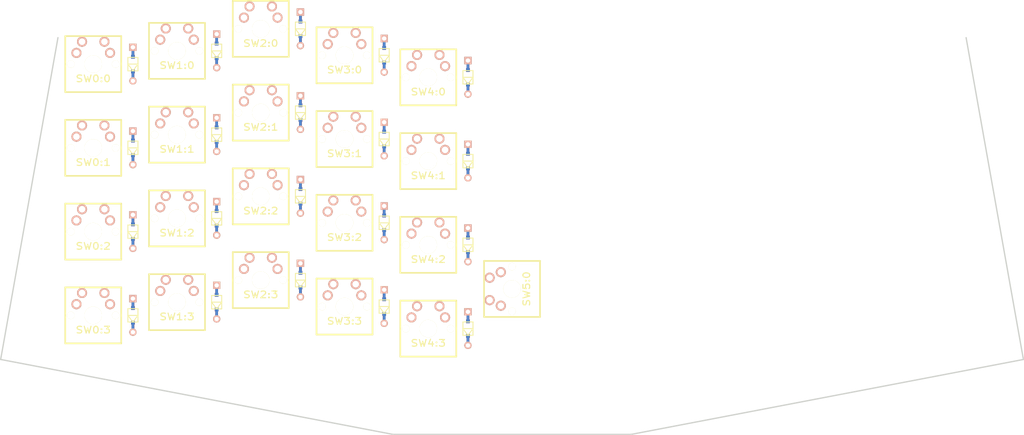
<source format=kicad_pcb>
(kicad_pcb (version 4) (host pcbnew 4.0.2-stable)

  (general
    (links 210)
    (no_connects 204)
    (area 17.849999 13.205499 250.150001 112.150001)
    (thickness 1.6002)
    (drawings 5)
    (tracks 0)
    (zones 0)
    (modules 41)
    (nets 32)
  )

  (page A4)
  (title_block
    (date "16 oct 2014")
  )

  (layers
    (0 Front signal)
    (31 Back signal)
    (32 B.Adhes user)
    (33 F.Adhes user)
    (34 B.Paste user)
    (35 F.Paste user)
    (36 B.SilkS user)
    (37 F.SilkS user)
    (38 B.Mask user)
    (39 F.Mask user)
    (40 Dwgs.User user)
    (41 Cmts.User user)
    (42 Eco1.User user)
    (43 Eco2.User user)
    (44 Edge.Cuts user)
  )

  (setup
    (last_trace_width 0.2032)
    (trace_clearance 0.254)
    (zone_clearance 0.508)
    (zone_45_only no)
    (trace_min 0.2032)
    (segment_width 0.381)
    (edge_width 0.381)
    (via_size 0.889)
    (via_drill 0.635)
    (via_min_size 0.889)
    (via_min_drill 0.508)
    (uvia_size 0.508)
    (uvia_drill 0.127)
    (uvias_allowed no)
    (uvia_min_size 0.508)
    (uvia_min_drill 0.127)
    (pcb_text_width 0.3048)
    (pcb_text_size 1.524 2.032)
    (mod_edge_width 0.381)
    (mod_text_size 1.524 1.524)
    (mod_text_width 0.3048)
    (pad_size 1.524 1.524)
    (pad_drill 0.8128)
    (pad_to_mask_clearance 0.254)
    (aux_axis_origin 0 0)
    (visible_elements FFFFFFFF)
    (pcbplotparams
      (layerselection 0x00030_80000001)
      (usegerberextensions true)
      (excludeedgelayer true)
      (linewidth 0.150000)
      (plotframeref false)
      (viasonmask false)
      (mode 1)
      (useauxorigin false)
      (hpglpennumber 1)
      (hpglpenspeed 20)
      (hpglpendiameter 15)
      (hpglpenoverlay 0)
      (psnegative false)
      (psa4output false)
      (plotreference true)
      (plotvalue true)
      (plotinvisibletext false)
      (padsonsilk false)
      (subtractmaskfromsilk false)
      (outputformat 1)
      (mirror false)
      (drillshape 1)
      (scaleselection 1)
      (outputdirectory ""))
  )

  (net 0 "")
  (net 1 N-row-0)
  (net 2 N-row-1)
  (net 3 N-row-2)
  (net 4 N-row-3)
  (net 5 N-col-0)
  (net 6 N-col-1)
  (net 7 N-col-2)
  (net 8 N-col-3)
  (net 9 N-col-4)
  (net 10 N-col-5)
  (net 11 N-diode-0)
  (net 12 N-diode-1)
  (net 13 N-diode-2)
  (net 14 N-diode-3)
  (net 15 N-diode-4)
  (net 16 N-diode-5)
  (net 17 N-diode-6)
  (net 18 N-diode-7)
  (net 19 N-diode-8)
  (net 20 N-diode-9)
  (net 21 N-diode-10)
  (net 22 N-diode-11)
  (net 23 N-diode-12)
  (net 24 N-diode-13)
  (net 25 N-diode-14)
  (net 26 N-diode-15)
  (net 27 N-diode-16)
  (net 28 N-diode-17)
  (net 29 N-diode-18)
  (net 30 N-diode-19)
  (net 31 N-diode-20)

  (net_class Default "This is the default net class."
    (clearance 0.254)
    (trace_width 0.2032)
    (via_dia 0.889)
    (via_drill 0.635)
    (uvia_dia 0.508)
    (uvia_drill 0.127)
    (add_net N-col-0)
    (add_net N-col-1)
    (add_net N-col-10)
    (add_net N-col-2)
    (add_net N-col-3)
    (add_net N-col-4)
    (add_net N-col-5)
    (add_net N-col-6)
    (add_net N-col-7)
    (add_net N-col-8)
    (add_net N-col-9)
    (add_net N-diode-0)
    (add_net N-diode-1)
    (add_net N-diode-10)
    (add_net N-diode-11)
    (add_net N-diode-12)
    (add_net N-diode-13)
    (add_net N-diode-14)
    (add_net N-diode-15)
    (add_net N-diode-16)
    (add_net N-diode-17)
    (add_net N-diode-18)
    (add_net N-diode-19)
    (add_net N-diode-2)
    (add_net N-diode-20)
    (add_net N-diode-21)
    (add_net N-diode-22)
    (add_net N-diode-23)
    (add_net N-diode-24)
    (add_net N-diode-25)
    (add_net N-diode-26)
    (add_net N-diode-27)
    (add_net N-diode-28)
    (add_net N-diode-29)
    (add_net N-diode-3)
    (add_net N-diode-30)
    (add_net N-diode-31)
    (add_net N-diode-32)
    (add_net N-diode-33)
    (add_net N-diode-34)
    (add_net N-diode-35)
    (add_net N-diode-36)
    (add_net N-diode-37)
    (add_net N-diode-38)
    (add_net N-diode-39)
    (add_net N-diode-4)
    (add_net N-diode-40)
    (add_net N-diode-41)
    (add_net N-diode-5)
    (add_net N-diode-6)
    (add_net N-diode-7)
    (add_net N-diode-8)
    (add_net N-diode-9)
    (add_net N-row-0)
    (add_net N-row-1)
    (add_net N-row-2)
    (add_net N-row-3)
  )

  (module MX_FLIP (layer Front) (tedit 4FD81CDD) (tstamp 543EF801)
    (at 39 28)
    (path /543DB910)
    (fp_text reference SW0:0 (at 0 3.302) (layer F.SilkS)
      (effects (font (size 1.524 1.778) (thickness 0.254)))
    )
    (fp_text value "" (at 0 0) (layer F.SilkS)
      (effects (font (thickness 0.15)))
    )
    (fp_line (start -6.35 -6.35) (end 6.35 -6.35) (layer F.SilkS) (width 0.381))
    (fp_line (start 6.35 -6.35) (end 6.35 6.35) (layer F.SilkS) (width 0.381))
    (fp_line (start 6.35 6.35) (end -6.35 6.35) (layer F.SilkS) (width 0.381))
    (fp_line (start -6.35 6.35) (end -6.35 -6.35) (layer F.SilkS) (width 0.381))
    (pad 0 np_thru_hole circle (at 0 0) (size 3.9878 3.9878) (drill 3.9878) (layers *.Cu *.Mask F.SilkS))
    (pad 0 np_thru_hole circle (at -5.08 0) (size 1.7018 1.7018) (drill 1.7018) (layers *.Cu *.Mask F.SilkS))
    (pad 0 np_thru_hole circle (at 5.08 0) (size 1.7018 1.7018) (drill 1.7018) (layers *.Cu *.Mask F.SilkS))
    (pad 1 thru_hole circle (at 2.54 -5.08) (size 2.286 2.286) (drill 1.4986) (layers *.Cu *.SilkS *.Mask)
      (net 11 N-diode-0))
    (pad 1 thru_hole circle (at 3.81 -2.54) (size 2.286 2.286) (drill 1.4986) (layers *.Cu *.SilkS *.Mask)
      (net 11 N-diode-0))
    (pad 2 thru_hole circle (at -2.54 -5.08) (size 2.286 2.286) (drill 1.4986) (layers *.Cu *.SilkS *.Mask)
      (net 5 N-col-0))
    (pad 2 thru_hole circle (at -3.81 -2.54) (size 2.286 2.286) (drill 1.4986) (layers *.Cu *.SilkS *.Mask)
      (net 5 N-col-0))
  )

  (module DIODE (layer Front) (tedit 4E0F7A99) (tstamp 543EF854)
    (at 48 28 90)
    (path /543DB90F)
    (fp_text reference D2:2 (at 0 0 180) (layer F.SilkS) hide
      (effects (font (size 1.016 1.016) (thickness 0.2032)))
    )
    (fp_text value "" (at 0 0 90) (layer F.SilkS)
      (effects (font (thickness 0.15)))
    )
    (fp_line (start -1.524 -1.143) (end 1.524 -1.143) (layer F.SilkS) (width 0.2032))
    (fp_line (start 1.524 -1.143) (end 1.524 1.143) (layer F.SilkS) (width 0.2032))
    (fp_line (start 0 -1.143) (end 0 1.143) (layer F.SilkS) (width 0.2032))
    (fp_line (start 0 -1.143) (end -1.524 0) (layer F.SilkS) (width 0.2032))
    (fp_line (start -1.524 0) (end 0 1.143) (layer F.SilkS) (width 0.2032))
    (fp_line (start 1.524 1.143) (end -1.524 1.143) (layer F.SilkS) (width 0.2032))
    (fp_line (start -1.524 1.143) (end -1.524 -1.143) (layer F.SilkS) (width 0.2032))
    (fp_line (start -3.81 0) (end -1.6637 0) (layer Back) (width 0.6096))
    (fp_line (start 1.6637 0) (end 3.81 0) (layer Back) (width 0.6096))
    (fp_line (start -3.81 0) (end -1.6637 0) (layer Front) (width 0.6096))
    (fp_line (start 1.6637 0) (end 3.81 0) (layer Front) (width 0.6096))
    (pad 1 thru_hole circle (at -3.81 0 180) (size 1.651 1.651) (drill 0.9906) (layers *.Cu *.SilkS *.Mask)
      (net 1 N-row-0))
    (pad 2 thru_hole rect (at 3.81 0) (size 1.651 1.651) (drill 0.9906) (layers *.Cu *.SilkS *.Mask)
      (net 11 N-diode-0))
    (pad 99 smd rect (at -1.6637 0) (size 0.8382 0.8382) (layers Front F.Paste F.Mask))
    (pad 99 smd rect (at -1.6637 0) (size 0.8382 0.8382) (layers Back B.Paste B.Mask))
    (pad 99 smd rect (at 1.6637 0) (size 0.8382 0.8382) (layers Front F.Paste F.Mask))
    (pad 99 smd rect (at 1.6637 0) (size 0.8382 0.8382) (layers Back B.Paste B.Mask))
  )

  (module MX_FLIP (layer Front) (tedit 4FD81CDD) (tstamp 543EF801)
    (at 39 47)
    (path /543DB910)
    (fp_text reference SW0:1 (at 0 3.302) (layer F.SilkS)
      (effects (font (size 1.524 1.778) (thickness 0.254)))
    )
    (fp_text value "" (at 0 0) (layer F.SilkS)
      (effects (font (thickness 0.15)))
    )
    (fp_line (start -6.35 -6.35) (end 6.35 -6.35) (layer F.SilkS) (width 0.381))
    (fp_line (start 6.35 -6.35) (end 6.35 6.35) (layer F.SilkS) (width 0.381))
    (fp_line (start 6.35 6.35) (end -6.35 6.35) (layer F.SilkS) (width 0.381))
    (fp_line (start -6.35 6.35) (end -6.35 -6.35) (layer F.SilkS) (width 0.381))
    (pad 0 np_thru_hole circle (at 0 0) (size 3.9878 3.9878) (drill 3.9878) (layers *.Cu *.Mask F.SilkS))
    (pad 0 np_thru_hole circle (at -5.08 0) (size 1.7018 1.7018) (drill 1.7018) (layers *.Cu *.Mask F.SilkS))
    (pad 0 np_thru_hole circle (at 5.08 0) (size 1.7018 1.7018) (drill 1.7018) (layers *.Cu *.Mask F.SilkS))
    (pad 1 thru_hole circle (at 2.54 -5.08) (size 2.286 2.286) (drill 1.4986) (layers *.Cu *.SilkS *.Mask)
      (net 12 N-diode-1))
    (pad 1 thru_hole circle (at 3.81 -2.54) (size 2.286 2.286) (drill 1.4986) (layers *.Cu *.SilkS *.Mask)
      (net 12 N-diode-1))
    (pad 2 thru_hole circle (at -2.54 -5.08) (size 2.286 2.286) (drill 1.4986) (layers *.Cu *.SilkS *.Mask)
      (net 5 N-col-0))
    (pad 2 thru_hole circle (at -3.81 -2.54) (size 2.286 2.286) (drill 1.4986) (layers *.Cu *.SilkS *.Mask)
      (net 5 N-col-0))
  )

  (module DIODE (layer Front) (tedit 4E0F7A99) (tstamp 543EF854)
    (at 48 47 90)
    (path /543DB90F)
    (fp_text reference D2:2 (at 0 0 180) (layer F.SilkS) hide
      (effects (font (size 1.016 1.016) (thickness 0.2032)))
    )
    (fp_text value "" (at 0 0 90) (layer F.SilkS)
      (effects (font (thickness 0.15)))
    )
    (fp_line (start -1.524 -1.143) (end 1.524 -1.143) (layer F.SilkS) (width 0.2032))
    (fp_line (start 1.524 -1.143) (end 1.524 1.143) (layer F.SilkS) (width 0.2032))
    (fp_line (start 0 -1.143) (end 0 1.143) (layer F.SilkS) (width 0.2032))
    (fp_line (start 0 -1.143) (end -1.524 0) (layer F.SilkS) (width 0.2032))
    (fp_line (start -1.524 0) (end 0 1.143) (layer F.SilkS) (width 0.2032))
    (fp_line (start 1.524 1.143) (end -1.524 1.143) (layer F.SilkS) (width 0.2032))
    (fp_line (start -1.524 1.143) (end -1.524 -1.143) (layer F.SilkS) (width 0.2032))
    (fp_line (start -3.81 0) (end -1.6637 0) (layer Back) (width 0.6096))
    (fp_line (start 1.6637 0) (end 3.81 0) (layer Back) (width 0.6096))
    (fp_line (start -3.81 0) (end -1.6637 0) (layer Front) (width 0.6096))
    (fp_line (start 1.6637 0) (end 3.81 0) (layer Front) (width 0.6096))
    (pad 1 thru_hole circle (at -3.81 0 180) (size 1.651 1.651) (drill 0.9906) (layers *.Cu *.SilkS *.Mask)
      (net 2 N-row-1))
    (pad 2 thru_hole rect (at 3.81 0) (size 1.651 1.651) (drill 0.9906) (layers *.Cu *.SilkS *.Mask)
      (net 12 N-diode-1))
    (pad 99 smd rect (at -1.6637 0) (size 0.8382 0.8382) (layers Front F.Paste F.Mask))
    (pad 99 smd rect (at -1.6637 0) (size 0.8382 0.8382) (layers Back B.Paste B.Mask))
    (pad 99 smd rect (at 1.6637 0) (size 0.8382 0.8382) (layers Front F.Paste F.Mask))
    (pad 99 smd rect (at 1.6637 0) (size 0.8382 0.8382) (layers Back B.Paste B.Mask))
  )

  (module MX_FLIP (layer Front) (tedit 4FD81CDD) (tstamp 543EF801)
    (at 39 66)
    (path /543DB910)
    (fp_text reference SW0:2 (at 0 3.302) (layer F.SilkS)
      (effects (font (size 1.524 1.778) (thickness 0.254)))
    )
    (fp_text value "" (at 0 0) (layer F.SilkS)
      (effects (font (thickness 0.15)))
    )
    (fp_line (start -6.35 -6.35) (end 6.35 -6.35) (layer F.SilkS) (width 0.381))
    (fp_line (start 6.35 -6.35) (end 6.35 6.35) (layer F.SilkS) (width 0.381))
    (fp_line (start 6.35 6.35) (end -6.35 6.35) (layer F.SilkS) (width 0.381))
    (fp_line (start -6.35 6.35) (end -6.35 -6.35) (layer F.SilkS) (width 0.381))
    (pad 0 np_thru_hole circle (at 0 0) (size 3.9878 3.9878) (drill 3.9878) (layers *.Cu *.Mask F.SilkS))
    (pad 0 np_thru_hole circle (at -5.08 0) (size 1.7018 1.7018) (drill 1.7018) (layers *.Cu *.Mask F.SilkS))
    (pad 0 np_thru_hole circle (at 5.08 0) (size 1.7018 1.7018) (drill 1.7018) (layers *.Cu *.Mask F.SilkS))
    (pad 1 thru_hole circle (at 2.54 -5.08) (size 2.286 2.286) (drill 1.4986) (layers *.Cu *.SilkS *.Mask)
      (net 13 N-diode-2))
    (pad 1 thru_hole circle (at 3.81 -2.54) (size 2.286 2.286) (drill 1.4986) (layers *.Cu *.SilkS *.Mask)
      (net 13 N-diode-2))
    (pad 2 thru_hole circle (at -2.54 -5.08) (size 2.286 2.286) (drill 1.4986) (layers *.Cu *.SilkS *.Mask)
      (net 5 N-col-0))
    (pad 2 thru_hole circle (at -3.81 -2.54) (size 2.286 2.286) (drill 1.4986) (layers *.Cu *.SilkS *.Mask)
      (net 5 N-col-0))
  )

  (module DIODE (layer Front) (tedit 4E0F7A99) (tstamp 543EF854)
    (at 48 66 90)
    (path /543DB90F)
    (fp_text reference D2:2 (at 0 0 180) (layer F.SilkS) hide
      (effects (font (size 1.016 1.016) (thickness 0.2032)))
    )
    (fp_text value "" (at 0 0 90) (layer F.SilkS)
      (effects (font (thickness 0.15)))
    )
    (fp_line (start -1.524 -1.143) (end 1.524 -1.143) (layer F.SilkS) (width 0.2032))
    (fp_line (start 1.524 -1.143) (end 1.524 1.143) (layer F.SilkS) (width 0.2032))
    (fp_line (start 0 -1.143) (end 0 1.143) (layer F.SilkS) (width 0.2032))
    (fp_line (start 0 -1.143) (end -1.524 0) (layer F.SilkS) (width 0.2032))
    (fp_line (start -1.524 0) (end 0 1.143) (layer F.SilkS) (width 0.2032))
    (fp_line (start 1.524 1.143) (end -1.524 1.143) (layer F.SilkS) (width 0.2032))
    (fp_line (start -1.524 1.143) (end -1.524 -1.143) (layer F.SilkS) (width 0.2032))
    (fp_line (start -3.81 0) (end -1.6637 0) (layer Back) (width 0.6096))
    (fp_line (start 1.6637 0) (end 3.81 0) (layer Back) (width 0.6096))
    (fp_line (start -3.81 0) (end -1.6637 0) (layer Front) (width 0.6096))
    (fp_line (start 1.6637 0) (end 3.81 0) (layer Front) (width 0.6096))
    (pad 1 thru_hole circle (at -3.81 0 180) (size 1.651 1.651) (drill 0.9906) (layers *.Cu *.SilkS *.Mask)
      (net 3 N-row-2))
    (pad 2 thru_hole rect (at 3.81 0) (size 1.651 1.651) (drill 0.9906) (layers *.Cu *.SilkS *.Mask)
      (net 13 N-diode-2))
    (pad 99 smd rect (at -1.6637 0) (size 0.8382 0.8382) (layers Front F.Paste F.Mask))
    (pad 99 smd rect (at -1.6637 0) (size 0.8382 0.8382) (layers Back B.Paste B.Mask))
    (pad 99 smd rect (at 1.6637 0) (size 0.8382 0.8382) (layers Front F.Paste F.Mask))
    (pad 99 smd rect (at 1.6637 0) (size 0.8382 0.8382) (layers Back B.Paste B.Mask))
  )

  (module MX_FLIP (layer Front) (tedit 4FD81CDD) (tstamp 543EF801)
    (at 39 85)
    (path /543DB910)
    (fp_text reference SW0:3 (at 0 3.302) (layer F.SilkS)
      (effects (font (size 1.524 1.778) (thickness 0.254)))
    )
    (fp_text value "" (at 0 0) (layer F.SilkS)
      (effects (font (thickness 0.15)))
    )
    (fp_line (start -6.35 -6.35) (end 6.35 -6.35) (layer F.SilkS) (width 0.381))
    (fp_line (start 6.35 -6.35) (end 6.35 6.35) (layer F.SilkS) (width 0.381))
    (fp_line (start 6.35 6.35) (end -6.35 6.35) (layer F.SilkS) (width 0.381))
    (fp_line (start -6.35 6.35) (end -6.35 -6.35) (layer F.SilkS) (width 0.381))
    (pad 0 np_thru_hole circle (at 0 0) (size 3.9878 3.9878) (drill 3.9878) (layers *.Cu *.Mask F.SilkS))
    (pad 0 np_thru_hole circle (at -5.08 0) (size 1.7018 1.7018) (drill 1.7018) (layers *.Cu *.Mask F.SilkS))
    (pad 0 np_thru_hole circle (at 5.08 0) (size 1.7018 1.7018) (drill 1.7018) (layers *.Cu *.Mask F.SilkS))
    (pad 1 thru_hole circle (at 2.54 -5.08) (size 2.286 2.286) (drill 1.4986) (layers *.Cu *.SilkS *.Mask)
      (net 14 N-diode-3))
    (pad 1 thru_hole circle (at 3.81 -2.54) (size 2.286 2.286) (drill 1.4986) (layers *.Cu *.SilkS *.Mask)
      (net 14 N-diode-3))
    (pad 2 thru_hole circle (at -2.54 -5.08) (size 2.286 2.286) (drill 1.4986) (layers *.Cu *.SilkS *.Mask)
      (net 5 N-col-0))
    (pad 2 thru_hole circle (at -3.81 -2.54) (size 2.286 2.286) (drill 1.4986) (layers *.Cu *.SilkS *.Mask)
      (net 5 N-col-0))
  )

  (module DIODE (layer Front) (tedit 4E0F7A99) (tstamp 543EF854)
    (at 48 85 90)
    (path /543DB90F)
    (fp_text reference D2:2 (at 0 0 180) (layer F.SilkS) hide
      (effects (font (size 1.016 1.016) (thickness 0.2032)))
    )
    (fp_text value "" (at 0 0 90) (layer F.SilkS)
      (effects (font (thickness 0.15)))
    )
    (fp_line (start -1.524 -1.143) (end 1.524 -1.143) (layer F.SilkS) (width 0.2032))
    (fp_line (start 1.524 -1.143) (end 1.524 1.143) (layer F.SilkS) (width 0.2032))
    (fp_line (start 0 -1.143) (end 0 1.143) (layer F.SilkS) (width 0.2032))
    (fp_line (start 0 -1.143) (end -1.524 0) (layer F.SilkS) (width 0.2032))
    (fp_line (start -1.524 0) (end 0 1.143) (layer F.SilkS) (width 0.2032))
    (fp_line (start 1.524 1.143) (end -1.524 1.143) (layer F.SilkS) (width 0.2032))
    (fp_line (start -1.524 1.143) (end -1.524 -1.143) (layer F.SilkS) (width 0.2032))
    (fp_line (start -3.81 0) (end -1.6637 0) (layer Back) (width 0.6096))
    (fp_line (start 1.6637 0) (end 3.81 0) (layer Back) (width 0.6096))
    (fp_line (start -3.81 0) (end -1.6637 0) (layer Front) (width 0.6096))
    (fp_line (start 1.6637 0) (end 3.81 0) (layer Front) (width 0.6096))
    (pad 1 thru_hole circle (at -3.81 0 180) (size 1.651 1.651) (drill 0.9906) (layers *.Cu *.SilkS *.Mask)
      (net 4 N-row-3))
    (pad 2 thru_hole rect (at 3.81 0) (size 1.651 1.651) (drill 0.9906) (layers *.Cu *.SilkS *.Mask)
      (net 14 N-diode-3))
    (pad 99 smd rect (at -1.6637 0) (size 0.8382 0.8382) (layers Front F.Paste F.Mask))
    (pad 99 smd rect (at -1.6637 0) (size 0.8382 0.8382) (layers Back B.Paste B.Mask))
    (pad 99 smd rect (at 1.6637 0) (size 0.8382 0.8382) (layers Front F.Paste F.Mask))
    (pad 99 smd rect (at 1.6637 0) (size 0.8382 0.8382) (layers Back B.Paste B.Mask))
  )

  (module MX_FLIP (layer Front) (tedit 4FD81CDD) (tstamp 543EF801)
    (at 58 25)
    (path /543DB910)
    (fp_text reference SW1:0 (at 0 3.302) (layer F.SilkS)
      (effects (font (size 1.524 1.778) (thickness 0.254)))
    )
    (fp_text value "" (at 0 0) (layer F.SilkS)
      (effects (font (thickness 0.15)))
    )
    (fp_line (start -6.35 -6.35) (end 6.35 -6.35) (layer F.SilkS) (width 0.381))
    (fp_line (start 6.35 -6.35) (end 6.35 6.35) (layer F.SilkS) (width 0.381))
    (fp_line (start 6.35 6.35) (end -6.35 6.35) (layer F.SilkS) (width 0.381))
    (fp_line (start -6.35 6.35) (end -6.35 -6.35) (layer F.SilkS) (width 0.381))
    (pad 0 np_thru_hole circle (at 0 0) (size 3.9878 3.9878) (drill 3.9878) (layers *.Cu *.Mask F.SilkS))
    (pad 0 np_thru_hole circle (at -5.08 0) (size 1.7018 1.7018) (drill 1.7018) (layers *.Cu *.Mask F.SilkS))
    (pad 0 np_thru_hole circle (at 5.08 0) (size 1.7018 1.7018) (drill 1.7018) (layers *.Cu *.Mask F.SilkS))
    (pad 1 thru_hole circle (at 2.54 -5.08) (size 2.286 2.286) (drill 1.4986) (layers *.Cu *.SilkS *.Mask)
      (net 15 N-diode-4))
    (pad 1 thru_hole circle (at 3.81 -2.54) (size 2.286 2.286) (drill 1.4986) (layers *.Cu *.SilkS *.Mask)
      (net 15 N-diode-4))
    (pad 2 thru_hole circle (at -2.54 -5.08) (size 2.286 2.286) (drill 1.4986) (layers *.Cu *.SilkS *.Mask)
      (net 6 N-col-1))
    (pad 2 thru_hole circle (at -3.81 -2.54) (size 2.286 2.286) (drill 1.4986) (layers *.Cu *.SilkS *.Mask)
      (net 6 N-col-1))
  )

  (module DIODE (layer Front) (tedit 4E0F7A99) (tstamp 543EF854)
    (at 67 25 90)
    (path /543DB90F)
    (fp_text reference D2:2 (at 0 0 180) (layer F.SilkS) hide
      (effects (font (size 1.016 1.016) (thickness 0.2032)))
    )
    (fp_text value "" (at 0 0 90) (layer F.SilkS)
      (effects (font (thickness 0.15)))
    )
    (fp_line (start -1.524 -1.143) (end 1.524 -1.143) (layer F.SilkS) (width 0.2032))
    (fp_line (start 1.524 -1.143) (end 1.524 1.143) (layer F.SilkS) (width 0.2032))
    (fp_line (start 0 -1.143) (end 0 1.143) (layer F.SilkS) (width 0.2032))
    (fp_line (start 0 -1.143) (end -1.524 0) (layer F.SilkS) (width 0.2032))
    (fp_line (start -1.524 0) (end 0 1.143) (layer F.SilkS) (width 0.2032))
    (fp_line (start 1.524 1.143) (end -1.524 1.143) (layer F.SilkS) (width 0.2032))
    (fp_line (start -1.524 1.143) (end -1.524 -1.143) (layer F.SilkS) (width 0.2032))
    (fp_line (start -3.81 0) (end -1.6637 0) (layer Back) (width 0.6096))
    (fp_line (start 1.6637 0) (end 3.81 0) (layer Back) (width 0.6096))
    (fp_line (start -3.81 0) (end -1.6637 0) (layer Front) (width 0.6096))
    (fp_line (start 1.6637 0) (end 3.81 0) (layer Front) (width 0.6096))
    (pad 1 thru_hole circle (at -3.81 0 180) (size 1.651 1.651) (drill 0.9906) (layers *.Cu *.SilkS *.Mask)
      (net 1 N-row-0))
    (pad 2 thru_hole rect (at 3.81 0) (size 1.651 1.651) (drill 0.9906) (layers *.Cu *.SilkS *.Mask)
      (net 15 N-diode-4))
    (pad 99 smd rect (at -1.6637 0) (size 0.8382 0.8382) (layers Front F.Paste F.Mask))
    (pad 99 smd rect (at -1.6637 0) (size 0.8382 0.8382) (layers Back B.Paste B.Mask))
    (pad 99 smd rect (at 1.6637 0) (size 0.8382 0.8382) (layers Front F.Paste F.Mask))
    (pad 99 smd rect (at 1.6637 0) (size 0.8382 0.8382) (layers Back B.Paste B.Mask))
  )

  (module MX_FLIP (layer Front) (tedit 4FD81CDD) (tstamp 543EF801)
    (at 58 44)
    (path /543DB910)
    (fp_text reference SW1:1 (at 0 3.302) (layer F.SilkS)
      (effects (font (size 1.524 1.778) (thickness 0.254)))
    )
    (fp_text value "" (at 0 0) (layer F.SilkS)
      (effects (font (thickness 0.15)))
    )
    (fp_line (start -6.35 -6.35) (end 6.35 -6.35) (layer F.SilkS) (width 0.381))
    (fp_line (start 6.35 -6.35) (end 6.35 6.35) (layer F.SilkS) (width 0.381))
    (fp_line (start 6.35 6.35) (end -6.35 6.35) (layer F.SilkS) (width 0.381))
    (fp_line (start -6.35 6.35) (end -6.35 -6.35) (layer F.SilkS) (width 0.381))
    (pad 0 np_thru_hole circle (at 0 0) (size 3.9878 3.9878) (drill 3.9878) (layers *.Cu *.Mask F.SilkS))
    (pad 0 np_thru_hole circle (at -5.08 0) (size 1.7018 1.7018) (drill 1.7018) (layers *.Cu *.Mask F.SilkS))
    (pad 0 np_thru_hole circle (at 5.08 0) (size 1.7018 1.7018) (drill 1.7018) (layers *.Cu *.Mask F.SilkS))
    (pad 1 thru_hole circle (at 2.54 -5.08) (size 2.286 2.286) (drill 1.4986) (layers *.Cu *.SilkS *.Mask)
      (net 16 N-diode-5))
    (pad 1 thru_hole circle (at 3.81 -2.54) (size 2.286 2.286) (drill 1.4986) (layers *.Cu *.SilkS *.Mask)
      (net 16 N-diode-5))
    (pad 2 thru_hole circle (at -2.54 -5.08) (size 2.286 2.286) (drill 1.4986) (layers *.Cu *.SilkS *.Mask)
      (net 6 N-col-1))
    (pad 2 thru_hole circle (at -3.81 -2.54) (size 2.286 2.286) (drill 1.4986) (layers *.Cu *.SilkS *.Mask)
      (net 6 N-col-1))
  )

  (module DIODE (layer Front) (tedit 4E0F7A99) (tstamp 543EF854)
    (at 67 44 90)
    (path /543DB90F)
    (fp_text reference D2:2 (at 0 0 180) (layer F.SilkS) hide
      (effects (font (size 1.016 1.016) (thickness 0.2032)))
    )
    (fp_text value "" (at 0 0 90) (layer F.SilkS)
      (effects (font (thickness 0.15)))
    )
    (fp_line (start -1.524 -1.143) (end 1.524 -1.143) (layer F.SilkS) (width 0.2032))
    (fp_line (start 1.524 -1.143) (end 1.524 1.143) (layer F.SilkS) (width 0.2032))
    (fp_line (start 0 -1.143) (end 0 1.143) (layer F.SilkS) (width 0.2032))
    (fp_line (start 0 -1.143) (end -1.524 0) (layer F.SilkS) (width 0.2032))
    (fp_line (start -1.524 0) (end 0 1.143) (layer F.SilkS) (width 0.2032))
    (fp_line (start 1.524 1.143) (end -1.524 1.143) (layer F.SilkS) (width 0.2032))
    (fp_line (start -1.524 1.143) (end -1.524 -1.143) (layer F.SilkS) (width 0.2032))
    (fp_line (start -3.81 0) (end -1.6637 0) (layer Back) (width 0.6096))
    (fp_line (start 1.6637 0) (end 3.81 0) (layer Back) (width 0.6096))
    (fp_line (start -3.81 0) (end -1.6637 0) (layer Front) (width 0.6096))
    (fp_line (start 1.6637 0) (end 3.81 0) (layer Front) (width 0.6096))
    (pad 1 thru_hole circle (at -3.81 0 180) (size 1.651 1.651) (drill 0.9906) (layers *.Cu *.SilkS *.Mask)
      (net 2 N-row-1))
    (pad 2 thru_hole rect (at 3.81 0) (size 1.651 1.651) (drill 0.9906) (layers *.Cu *.SilkS *.Mask)
      (net 16 N-diode-5))
    (pad 99 smd rect (at -1.6637 0) (size 0.8382 0.8382) (layers Front F.Paste F.Mask))
    (pad 99 smd rect (at -1.6637 0) (size 0.8382 0.8382) (layers Back B.Paste B.Mask))
    (pad 99 smd rect (at 1.6637 0) (size 0.8382 0.8382) (layers Front F.Paste F.Mask))
    (pad 99 smd rect (at 1.6637 0) (size 0.8382 0.8382) (layers Back B.Paste B.Mask))
  )

  (module MX_FLIP (layer Front) (tedit 4FD81CDD) (tstamp 543EF801)
    (at 58 63)
    (path /543DB910)
    (fp_text reference SW1:2 (at 0 3.302) (layer F.SilkS)
      (effects (font (size 1.524 1.778) (thickness 0.254)))
    )
    (fp_text value "" (at 0 0) (layer F.SilkS)
      (effects (font (thickness 0.15)))
    )
    (fp_line (start -6.35 -6.35) (end 6.35 -6.35) (layer F.SilkS) (width 0.381))
    (fp_line (start 6.35 -6.35) (end 6.35 6.35) (layer F.SilkS) (width 0.381))
    (fp_line (start 6.35 6.35) (end -6.35 6.35) (layer F.SilkS) (width 0.381))
    (fp_line (start -6.35 6.35) (end -6.35 -6.35) (layer F.SilkS) (width 0.381))
    (pad 0 np_thru_hole circle (at 0 0) (size 3.9878 3.9878) (drill 3.9878) (layers *.Cu *.Mask F.SilkS))
    (pad 0 np_thru_hole circle (at -5.08 0) (size 1.7018 1.7018) (drill 1.7018) (layers *.Cu *.Mask F.SilkS))
    (pad 0 np_thru_hole circle (at 5.08 0) (size 1.7018 1.7018) (drill 1.7018) (layers *.Cu *.Mask F.SilkS))
    (pad 1 thru_hole circle (at 2.54 -5.08) (size 2.286 2.286) (drill 1.4986) (layers *.Cu *.SilkS *.Mask)
      (net 17 N-diode-6))
    (pad 1 thru_hole circle (at 3.81 -2.54) (size 2.286 2.286) (drill 1.4986) (layers *.Cu *.SilkS *.Mask)
      (net 17 N-diode-6))
    (pad 2 thru_hole circle (at -2.54 -5.08) (size 2.286 2.286) (drill 1.4986) (layers *.Cu *.SilkS *.Mask)
      (net 6 N-col-1))
    (pad 2 thru_hole circle (at -3.81 -2.54) (size 2.286 2.286) (drill 1.4986) (layers *.Cu *.SilkS *.Mask)
      (net 6 N-col-1))
  )

  (module DIODE (layer Front) (tedit 4E0F7A99) (tstamp 543EF854)
    (at 67 63 90)
    (path /543DB90F)
    (fp_text reference D2:2 (at 0 0 180) (layer F.SilkS) hide
      (effects (font (size 1.016 1.016) (thickness 0.2032)))
    )
    (fp_text value "" (at 0 0 90) (layer F.SilkS)
      (effects (font (thickness 0.15)))
    )
    (fp_line (start -1.524 -1.143) (end 1.524 -1.143) (layer F.SilkS) (width 0.2032))
    (fp_line (start 1.524 -1.143) (end 1.524 1.143) (layer F.SilkS) (width 0.2032))
    (fp_line (start 0 -1.143) (end 0 1.143) (layer F.SilkS) (width 0.2032))
    (fp_line (start 0 -1.143) (end -1.524 0) (layer F.SilkS) (width 0.2032))
    (fp_line (start -1.524 0) (end 0 1.143) (layer F.SilkS) (width 0.2032))
    (fp_line (start 1.524 1.143) (end -1.524 1.143) (layer F.SilkS) (width 0.2032))
    (fp_line (start -1.524 1.143) (end -1.524 -1.143) (layer F.SilkS) (width 0.2032))
    (fp_line (start -3.81 0) (end -1.6637 0) (layer Back) (width 0.6096))
    (fp_line (start 1.6637 0) (end 3.81 0) (layer Back) (width 0.6096))
    (fp_line (start -3.81 0) (end -1.6637 0) (layer Front) (width 0.6096))
    (fp_line (start 1.6637 0) (end 3.81 0) (layer Front) (width 0.6096))
    (pad 1 thru_hole circle (at -3.81 0 180) (size 1.651 1.651) (drill 0.9906) (layers *.Cu *.SilkS *.Mask)
      (net 3 N-row-2))
    (pad 2 thru_hole rect (at 3.81 0) (size 1.651 1.651) (drill 0.9906) (layers *.Cu *.SilkS *.Mask)
      (net 17 N-diode-6))
    (pad 99 smd rect (at -1.6637 0) (size 0.8382 0.8382) (layers Front F.Paste F.Mask))
    (pad 99 smd rect (at -1.6637 0) (size 0.8382 0.8382) (layers Back B.Paste B.Mask))
    (pad 99 smd rect (at 1.6637 0) (size 0.8382 0.8382) (layers Front F.Paste F.Mask))
    (pad 99 smd rect (at 1.6637 0) (size 0.8382 0.8382) (layers Back B.Paste B.Mask))
  )

  (module MX_FLIP (layer Front) (tedit 4FD81CDD) (tstamp 543EF801)
    (at 58 82)
    (path /543DB910)
    (fp_text reference SW1:3 (at 0 3.302) (layer F.SilkS)
      (effects (font (size 1.524 1.778) (thickness 0.254)))
    )
    (fp_text value "" (at 0 0) (layer F.SilkS)
      (effects (font (thickness 0.15)))
    )
    (fp_line (start -6.35 -6.35) (end 6.35 -6.35) (layer F.SilkS) (width 0.381))
    (fp_line (start 6.35 -6.35) (end 6.35 6.35) (layer F.SilkS) (width 0.381))
    (fp_line (start 6.35 6.35) (end -6.35 6.35) (layer F.SilkS) (width 0.381))
    (fp_line (start -6.35 6.35) (end -6.35 -6.35) (layer F.SilkS) (width 0.381))
    (pad 0 np_thru_hole circle (at 0 0) (size 3.9878 3.9878) (drill 3.9878) (layers *.Cu *.Mask F.SilkS))
    (pad 0 np_thru_hole circle (at -5.08 0) (size 1.7018 1.7018) (drill 1.7018) (layers *.Cu *.Mask F.SilkS))
    (pad 0 np_thru_hole circle (at 5.08 0) (size 1.7018 1.7018) (drill 1.7018) (layers *.Cu *.Mask F.SilkS))
    (pad 1 thru_hole circle (at 2.54 -5.08) (size 2.286 2.286) (drill 1.4986) (layers *.Cu *.SilkS *.Mask)
      (net 18 N-diode-7))
    (pad 1 thru_hole circle (at 3.81 -2.54) (size 2.286 2.286) (drill 1.4986) (layers *.Cu *.SilkS *.Mask)
      (net 18 N-diode-7))
    (pad 2 thru_hole circle (at -2.54 -5.08) (size 2.286 2.286) (drill 1.4986) (layers *.Cu *.SilkS *.Mask)
      (net 6 N-col-1))
    (pad 2 thru_hole circle (at -3.81 -2.54) (size 2.286 2.286) (drill 1.4986) (layers *.Cu *.SilkS *.Mask)
      (net 6 N-col-1))
  )

  (module DIODE (layer Front) (tedit 4E0F7A99) (tstamp 543EF854)
    (at 67 82 90)
    (path /543DB90F)
    (fp_text reference D2:2 (at 0 0 180) (layer F.SilkS) hide
      (effects (font (size 1.016 1.016) (thickness 0.2032)))
    )
    (fp_text value "" (at 0 0 90) (layer F.SilkS)
      (effects (font (thickness 0.15)))
    )
    (fp_line (start -1.524 -1.143) (end 1.524 -1.143) (layer F.SilkS) (width 0.2032))
    (fp_line (start 1.524 -1.143) (end 1.524 1.143) (layer F.SilkS) (width 0.2032))
    (fp_line (start 0 -1.143) (end 0 1.143) (layer F.SilkS) (width 0.2032))
    (fp_line (start 0 -1.143) (end -1.524 0) (layer F.SilkS) (width 0.2032))
    (fp_line (start -1.524 0) (end 0 1.143) (layer F.SilkS) (width 0.2032))
    (fp_line (start 1.524 1.143) (end -1.524 1.143) (layer F.SilkS) (width 0.2032))
    (fp_line (start -1.524 1.143) (end -1.524 -1.143) (layer F.SilkS) (width 0.2032))
    (fp_line (start -3.81 0) (end -1.6637 0) (layer Back) (width 0.6096))
    (fp_line (start 1.6637 0) (end 3.81 0) (layer Back) (width 0.6096))
    (fp_line (start -3.81 0) (end -1.6637 0) (layer Front) (width 0.6096))
    (fp_line (start 1.6637 0) (end 3.81 0) (layer Front) (width 0.6096))
    (pad 1 thru_hole circle (at -3.81 0 180) (size 1.651 1.651) (drill 0.9906) (layers *.Cu *.SilkS *.Mask)
      (net 4 N-row-3))
    (pad 2 thru_hole rect (at 3.81 0) (size 1.651 1.651) (drill 0.9906) (layers *.Cu *.SilkS *.Mask)
      (net 18 N-diode-7))
    (pad 99 smd rect (at -1.6637 0) (size 0.8382 0.8382) (layers Front F.Paste F.Mask))
    (pad 99 smd rect (at -1.6637 0) (size 0.8382 0.8382) (layers Back B.Paste B.Mask))
    (pad 99 smd rect (at 1.6637 0) (size 0.8382 0.8382) (layers Front F.Paste F.Mask))
    (pad 99 smd rect (at 1.6637 0) (size 0.8382 0.8382) (layers Back B.Paste B.Mask))
  )

  (module MX_FLIP (layer Front) (tedit 4FD81CDD) (tstamp 543EF801)
    (at 77 20)
    (path /543DB910)
    (fp_text reference SW2:0 (at 0 3.302) (layer F.SilkS)
      (effects (font (size 1.524 1.778) (thickness 0.254)))
    )
    (fp_text value "" (at 0 0) (layer F.SilkS)
      (effects (font (thickness 0.15)))
    )
    (fp_line (start -6.35 -6.35) (end 6.35 -6.35) (layer F.SilkS) (width 0.381))
    (fp_line (start 6.35 -6.35) (end 6.35 6.35) (layer F.SilkS) (width 0.381))
    (fp_line (start 6.35 6.35) (end -6.35 6.35) (layer F.SilkS) (width 0.381))
    (fp_line (start -6.35 6.35) (end -6.35 -6.35) (layer F.SilkS) (width 0.381))
    (pad 0 np_thru_hole circle (at 0 0) (size 3.9878 3.9878) (drill 3.9878) (layers *.Cu *.Mask F.SilkS))
    (pad 0 np_thru_hole circle (at -5.08 0) (size 1.7018 1.7018) (drill 1.7018) (layers *.Cu *.Mask F.SilkS))
    (pad 0 np_thru_hole circle (at 5.08 0) (size 1.7018 1.7018) (drill 1.7018) (layers *.Cu *.Mask F.SilkS))
    (pad 1 thru_hole circle (at 2.54 -5.08) (size 2.286 2.286) (drill 1.4986) (layers *.Cu *.SilkS *.Mask)
      (net 19 N-diode-8))
    (pad 1 thru_hole circle (at 3.81 -2.54) (size 2.286 2.286) (drill 1.4986) (layers *.Cu *.SilkS *.Mask)
      (net 19 N-diode-8))
    (pad 2 thru_hole circle (at -2.54 -5.08) (size 2.286 2.286) (drill 1.4986) (layers *.Cu *.SilkS *.Mask)
      (net 7 N-col-2))
    (pad 2 thru_hole circle (at -3.81 -2.54) (size 2.286 2.286) (drill 1.4986) (layers *.Cu *.SilkS *.Mask)
      (net 7 N-col-2))
  )

  (module DIODE (layer Front) (tedit 4E0F7A99) (tstamp 543EF854)
    (at 86 20 90)
    (path /543DB90F)
    (fp_text reference D2:2 (at 0 0 180) (layer F.SilkS) hide
      (effects (font (size 1.016 1.016) (thickness 0.2032)))
    )
    (fp_text value "" (at 0 0 90) (layer F.SilkS)
      (effects (font (thickness 0.15)))
    )
    (fp_line (start -1.524 -1.143) (end 1.524 -1.143) (layer F.SilkS) (width 0.2032))
    (fp_line (start 1.524 -1.143) (end 1.524 1.143) (layer F.SilkS) (width 0.2032))
    (fp_line (start 0 -1.143) (end 0 1.143) (layer F.SilkS) (width 0.2032))
    (fp_line (start 0 -1.143) (end -1.524 0) (layer F.SilkS) (width 0.2032))
    (fp_line (start -1.524 0) (end 0 1.143) (layer F.SilkS) (width 0.2032))
    (fp_line (start 1.524 1.143) (end -1.524 1.143) (layer F.SilkS) (width 0.2032))
    (fp_line (start -1.524 1.143) (end -1.524 -1.143) (layer F.SilkS) (width 0.2032))
    (fp_line (start -3.81 0) (end -1.6637 0) (layer Back) (width 0.6096))
    (fp_line (start 1.6637 0) (end 3.81 0) (layer Back) (width 0.6096))
    (fp_line (start -3.81 0) (end -1.6637 0) (layer Front) (width 0.6096))
    (fp_line (start 1.6637 0) (end 3.81 0) (layer Front) (width 0.6096))
    (pad 1 thru_hole circle (at -3.81 0 180) (size 1.651 1.651) (drill 0.9906) (layers *.Cu *.SilkS *.Mask)
      (net 1 N-row-0))
    (pad 2 thru_hole rect (at 3.81 0) (size 1.651 1.651) (drill 0.9906) (layers *.Cu *.SilkS *.Mask)
      (net 19 N-diode-8))
    (pad 99 smd rect (at -1.6637 0) (size 0.8382 0.8382) (layers Front F.Paste F.Mask))
    (pad 99 smd rect (at -1.6637 0) (size 0.8382 0.8382) (layers Back B.Paste B.Mask))
    (pad 99 smd rect (at 1.6637 0) (size 0.8382 0.8382) (layers Front F.Paste F.Mask))
    (pad 99 smd rect (at 1.6637 0) (size 0.8382 0.8382) (layers Back B.Paste B.Mask))
  )

  (module MX_FLIP (layer Front) (tedit 4FD81CDD) (tstamp 543EF801)
    (at 77 39)
    (path /543DB910)
    (fp_text reference SW2:1 (at 0 3.302) (layer F.SilkS)
      (effects (font (size 1.524 1.778) (thickness 0.254)))
    )
    (fp_text value "" (at 0 0) (layer F.SilkS)
      (effects (font (thickness 0.15)))
    )
    (fp_line (start -6.35 -6.35) (end 6.35 -6.35) (layer F.SilkS) (width 0.381))
    (fp_line (start 6.35 -6.35) (end 6.35 6.35) (layer F.SilkS) (width 0.381))
    (fp_line (start 6.35 6.35) (end -6.35 6.35) (layer F.SilkS) (width 0.381))
    (fp_line (start -6.35 6.35) (end -6.35 -6.35) (layer F.SilkS) (width 0.381))
    (pad 0 np_thru_hole circle (at 0 0) (size 3.9878 3.9878) (drill 3.9878) (layers *.Cu *.Mask F.SilkS))
    (pad 0 np_thru_hole circle (at -5.08 0) (size 1.7018 1.7018) (drill 1.7018) (layers *.Cu *.Mask F.SilkS))
    (pad 0 np_thru_hole circle (at 5.08 0) (size 1.7018 1.7018) (drill 1.7018) (layers *.Cu *.Mask F.SilkS))
    (pad 1 thru_hole circle (at 2.54 -5.08) (size 2.286 2.286) (drill 1.4986) (layers *.Cu *.SilkS *.Mask)
      (net 20 N-diode-9))
    (pad 1 thru_hole circle (at 3.81 -2.54) (size 2.286 2.286) (drill 1.4986) (layers *.Cu *.SilkS *.Mask)
      (net 20 N-diode-9))
    (pad 2 thru_hole circle (at -2.54 -5.08) (size 2.286 2.286) (drill 1.4986) (layers *.Cu *.SilkS *.Mask)
      (net 7 N-col-2))
    (pad 2 thru_hole circle (at -3.81 -2.54) (size 2.286 2.286) (drill 1.4986) (layers *.Cu *.SilkS *.Mask)
      (net 7 N-col-2))
  )

  (module DIODE (layer Front) (tedit 4E0F7A99) (tstamp 543EF854)
    (at 86 39 90)
    (path /543DB90F)
    (fp_text reference D2:2 (at 0 0 180) (layer F.SilkS) hide
      (effects (font (size 1.016 1.016) (thickness 0.2032)))
    )
    (fp_text value "" (at 0 0 90) (layer F.SilkS)
      (effects (font (thickness 0.15)))
    )
    (fp_line (start -1.524 -1.143) (end 1.524 -1.143) (layer F.SilkS) (width 0.2032))
    (fp_line (start 1.524 -1.143) (end 1.524 1.143) (layer F.SilkS) (width 0.2032))
    (fp_line (start 0 -1.143) (end 0 1.143) (layer F.SilkS) (width 0.2032))
    (fp_line (start 0 -1.143) (end -1.524 0) (layer F.SilkS) (width 0.2032))
    (fp_line (start -1.524 0) (end 0 1.143) (layer F.SilkS) (width 0.2032))
    (fp_line (start 1.524 1.143) (end -1.524 1.143) (layer F.SilkS) (width 0.2032))
    (fp_line (start -1.524 1.143) (end -1.524 -1.143) (layer F.SilkS) (width 0.2032))
    (fp_line (start -3.81 0) (end -1.6637 0) (layer Back) (width 0.6096))
    (fp_line (start 1.6637 0) (end 3.81 0) (layer Back) (width 0.6096))
    (fp_line (start -3.81 0) (end -1.6637 0) (layer Front) (width 0.6096))
    (fp_line (start 1.6637 0) (end 3.81 0) (layer Front) (width 0.6096))
    (pad 1 thru_hole circle (at -3.81 0 180) (size 1.651 1.651) (drill 0.9906) (layers *.Cu *.SilkS *.Mask)
      (net 2 N-row-1))
    (pad 2 thru_hole rect (at 3.81 0) (size 1.651 1.651) (drill 0.9906) (layers *.Cu *.SilkS *.Mask)
      (net 20 N-diode-9))
    (pad 99 smd rect (at -1.6637 0) (size 0.8382 0.8382) (layers Front F.Paste F.Mask))
    (pad 99 smd rect (at -1.6637 0) (size 0.8382 0.8382) (layers Back B.Paste B.Mask))
    (pad 99 smd rect (at 1.6637 0) (size 0.8382 0.8382) (layers Front F.Paste F.Mask))
    (pad 99 smd rect (at 1.6637 0) (size 0.8382 0.8382) (layers Back B.Paste B.Mask))
  )

  (module MX_FLIP (layer Front) (tedit 4FD81CDD) (tstamp 543EF801)
    (at 77 58)
    (path /543DB910)
    (fp_text reference SW2:2 (at 0 3.302) (layer F.SilkS)
      (effects (font (size 1.524 1.778) (thickness 0.254)))
    )
    (fp_text value "" (at 0 0) (layer F.SilkS)
      (effects (font (thickness 0.15)))
    )
    (fp_line (start -6.35 -6.35) (end 6.35 -6.35) (layer F.SilkS) (width 0.381))
    (fp_line (start 6.35 -6.35) (end 6.35 6.35) (layer F.SilkS) (width 0.381))
    (fp_line (start 6.35 6.35) (end -6.35 6.35) (layer F.SilkS) (width 0.381))
    (fp_line (start -6.35 6.35) (end -6.35 -6.35) (layer F.SilkS) (width 0.381))
    (pad 0 np_thru_hole circle (at 0 0) (size 3.9878 3.9878) (drill 3.9878) (layers *.Cu *.Mask F.SilkS))
    (pad 0 np_thru_hole circle (at -5.08 0) (size 1.7018 1.7018) (drill 1.7018) (layers *.Cu *.Mask F.SilkS))
    (pad 0 np_thru_hole circle (at 5.08 0) (size 1.7018 1.7018) (drill 1.7018) (layers *.Cu *.Mask F.SilkS))
    (pad 1 thru_hole circle (at 2.54 -5.08) (size 2.286 2.286) (drill 1.4986) (layers *.Cu *.SilkS *.Mask)
      (net 21 N-diode-10))
    (pad 1 thru_hole circle (at 3.81 -2.54) (size 2.286 2.286) (drill 1.4986) (layers *.Cu *.SilkS *.Mask)
      (net 21 N-diode-10))
    (pad 2 thru_hole circle (at -2.54 -5.08) (size 2.286 2.286) (drill 1.4986) (layers *.Cu *.SilkS *.Mask)
      (net 7 N-col-2))
    (pad 2 thru_hole circle (at -3.81 -2.54) (size 2.286 2.286) (drill 1.4986) (layers *.Cu *.SilkS *.Mask)
      (net 7 N-col-2))
  )

  (module DIODE (layer Front) (tedit 4E0F7A99) (tstamp 543EF854)
    (at 86 58 90)
    (path /543DB90F)
    (fp_text reference D2:2 (at 0 0 180) (layer F.SilkS) hide
      (effects (font (size 1.016 1.016) (thickness 0.2032)))
    )
    (fp_text value "" (at 0 0 90) (layer F.SilkS)
      (effects (font (thickness 0.15)))
    )
    (fp_line (start -1.524 -1.143) (end 1.524 -1.143) (layer F.SilkS) (width 0.2032))
    (fp_line (start 1.524 -1.143) (end 1.524 1.143) (layer F.SilkS) (width 0.2032))
    (fp_line (start 0 -1.143) (end 0 1.143) (layer F.SilkS) (width 0.2032))
    (fp_line (start 0 -1.143) (end -1.524 0) (layer F.SilkS) (width 0.2032))
    (fp_line (start -1.524 0) (end 0 1.143) (layer F.SilkS) (width 0.2032))
    (fp_line (start 1.524 1.143) (end -1.524 1.143) (layer F.SilkS) (width 0.2032))
    (fp_line (start -1.524 1.143) (end -1.524 -1.143) (layer F.SilkS) (width 0.2032))
    (fp_line (start -3.81 0) (end -1.6637 0) (layer Back) (width 0.6096))
    (fp_line (start 1.6637 0) (end 3.81 0) (layer Back) (width 0.6096))
    (fp_line (start -3.81 0) (end -1.6637 0) (layer Front) (width 0.6096))
    (fp_line (start 1.6637 0) (end 3.81 0) (layer Front) (width 0.6096))
    (pad 1 thru_hole circle (at -3.81 0 180) (size 1.651 1.651) (drill 0.9906) (layers *.Cu *.SilkS *.Mask)
      (net 3 N-row-2))
    (pad 2 thru_hole rect (at 3.81 0) (size 1.651 1.651) (drill 0.9906) (layers *.Cu *.SilkS *.Mask)
      (net 21 N-diode-10))
    (pad 99 smd rect (at -1.6637 0) (size 0.8382 0.8382) (layers Front F.Paste F.Mask))
    (pad 99 smd rect (at -1.6637 0) (size 0.8382 0.8382) (layers Back B.Paste B.Mask))
    (pad 99 smd rect (at 1.6637 0) (size 0.8382 0.8382) (layers Front F.Paste F.Mask))
    (pad 99 smd rect (at 1.6637 0) (size 0.8382 0.8382) (layers Back B.Paste B.Mask))
  )

  (module MX_FLIP (layer Front) (tedit 4FD81CDD) (tstamp 543EF801)
    (at 77 77)
    (path /543DB910)
    (fp_text reference SW2:3 (at 0 3.302) (layer F.SilkS)
      (effects (font (size 1.524 1.778) (thickness 0.254)))
    )
    (fp_text value "" (at 0 0) (layer F.SilkS)
      (effects (font (thickness 0.15)))
    )
    (fp_line (start -6.35 -6.35) (end 6.35 -6.35) (layer F.SilkS) (width 0.381))
    (fp_line (start 6.35 -6.35) (end 6.35 6.35) (layer F.SilkS) (width 0.381))
    (fp_line (start 6.35 6.35) (end -6.35 6.35) (layer F.SilkS) (width 0.381))
    (fp_line (start -6.35 6.35) (end -6.35 -6.35) (layer F.SilkS) (width 0.381))
    (pad 0 np_thru_hole circle (at 0 0) (size 3.9878 3.9878) (drill 3.9878) (layers *.Cu *.Mask F.SilkS))
    (pad 0 np_thru_hole circle (at -5.08 0) (size 1.7018 1.7018) (drill 1.7018) (layers *.Cu *.Mask F.SilkS))
    (pad 0 np_thru_hole circle (at 5.08 0) (size 1.7018 1.7018) (drill 1.7018) (layers *.Cu *.Mask F.SilkS))
    (pad 1 thru_hole circle (at 2.54 -5.08) (size 2.286 2.286) (drill 1.4986) (layers *.Cu *.SilkS *.Mask)
      (net 22 N-diode-11))
    (pad 1 thru_hole circle (at 3.81 -2.54) (size 2.286 2.286) (drill 1.4986) (layers *.Cu *.SilkS *.Mask)
      (net 22 N-diode-11))
    (pad 2 thru_hole circle (at -2.54 -5.08) (size 2.286 2.286) (drill 1.4986) (layers *.Cu *.SilkS *.Mask)
      (net 7 N-col-2))
    (pad 2 thru_hole circle (at -3.81 -2.54) (size 2.286 2.286) (drill 1.4986) (layers *.Cu *.SilkS *.Mask)
      (net 7 N-col-2))
  )

  (module DIODE (layer Front) (tedit 4E0F7A99) (tstamp 543EF854)
    (at 86 77 90)
    (path /543DB90F)
    (fp_text reference D2:2 (at 0 0 180) (layer F.SilkS) hide
      (effects (font (size 1.016 1.016) (thickness 0.2032)))
    )
    (fp_text value "" (at 0 0 90) (layer F.SilkS)
      (effects (font (thickness 0.15)))
    )
    (fp_line (start -1.524 -1.143) (end 1.524 -1.143) (layer F.SilkS) (width 0.2032))
    (fp_line (start 1.524 -1.143) (end 1.524 1.143) (layer F.SilkS) (width 0.2032))
    (fp_line (start 0 -1.143) (end 0 1.143) (layer F.SilkS) (width 0.2032))
    (fp_line (start 0 -1.143) (end -1.524 0) (layer F.SilkS) (width 0.2032))
    (fp_line (start -1.524 0) (end 0 1.143) (layer F.SilkS) (width 0.2032))
    (fp_line (start 1.524 1.143) (end -1.524 1.143) (layer F.SilkS) (width 0.2032))
    (fp_line (start -1.524 1.143) (end -1.524 -1.143) (layer F.SilkS) (width 0.2032))
    (fp_line (start -3.81 0) (end -1.6637 0) (layer Back) (width 0.6096))
    (fp_line (start 1.6637 0) (end 3.81 0) (layer Back) (width 0.6096))
    (fp_line (start -3.81 0) (end -1.6637 0) (layer Front) (width 0.6096))
    (fp_line (start 1.6637 0) (end 3.81 0) (layer Front) (width 0.6096))
    (pad 1 thru_hole circle (at -3.81 0 180) (size 1.651 1.651) (drill 0.9906) (layers *.Cu *.SilkS *.Mask)
      (net 4 N-row-3))
    (pad 2 thru_hole rect (at 3.81 0) (size 1.651 1.651) (drill 0.9906) (layers *.Cu *.SilkS *.Mask)
      (net 22 N-diode-11))
    (pad 99 smd rect (at -1.6637 0) (size 0.8382 0.8382) (layers Front F.Paste F.Mask))
    (pad 99 smd rect (at -1.6637 0) (size 0.8382 0.8382) (layers Back B.Paste B.Mask))
    (pad 99 smd rect (at 1.6637 0) (size 0.8382 0.8382) (layers Front F.Paste F.Mask))
    (pad 99 smd rect (at 1.6637 0) (size 0.8382 0.8382) (layers Back B.Paste B.Mask))
  )

  (module MX_FLIP (layer Front) (tedit 4FD81CDD) (tstamp 543EF801)
    (at 96 26)
    (path /543DB910)
    (fp_text reference SW3:0 (at 0 3.302) (layer F.SilkS)
      (effects (font (size 1.524 1.778) (thickness 0.254)))
    )
    (fp_text value "" (at 0 0) (layer F.SilkS)
      (effects (font (thickness 0.15)))
    )
    (fp_line (start -6.35 -6.35) (end 6.35 -6.35) (layer F.SilkS) (width 0.381))
    (fp_line (start 6.35 -6.35) (end 6.35 6.35) (layer F.SilkS) (width 0.381))
    (fp_line (start 6.35 6.35) (end -6.35 6.35) (layer F.SilkS) (width 0.381))
    (fp_line (start -6.35 6.35) (end -6.35 -6.35) (layer F.SilkS) (width 0.381))
    (pad 0 np_thru_hole circle (at 0 0) (size 3.9878 3.9878) (drill 3.9878) (layers *.Cu *.Mask F.SilkS))
    (pad 0 np_thru_hole circle (at -5.08 0) (size 1.7018 1.7018) (drill 1.7018) (layers *.Cu *.Mask F.SilkS))
    (pad 0 np_thru_hole circle (at 5.08 0) (size 1.7018 1.7018) (drill 1.7018) (layers *.Cu *.Mask F.SilkS))
    (pad 1 thru_hole circle (at 2.54 -5.08) (size 2.286 2.286) (drill 1.4986) (layers *.Cu *.SilkS *.Mask)
      (net 23 N-diode-12))
    (pad 1 thru_hole circle (at 3.81 -2.54) (size 2.286 2.286) (drill 1.4986) (layers *.Cu *.SilkS *.Mask)
      (net 23 N-diode-12))
    (pad 2 thru_hole circle (at -2.54 -5.08) (size 2.286 2.286) (drill 1.4986) (layers *.Cu *.SilkS *.Mask)
      (net 8 N-col-3))
    (pad 2 thru_hole circle (at -3.81 -2.54) (size 2.286 2.286) (drill 1.4986) (layers *.Cu *.SilkS *.Mask)
      (net 8 N-col-3))
  )

  (module DIODE (layer Front) (tedit 4E0F7A99) (tstamp 543EF854)
    (at 105 26 90)
    (path /543DB90F)
    (fp_text reference D2:2 (at 0 0 180) (layer F.SilkS) hide
      (effects (font (size 1.016 1.016) (thickness 0.2032)))
    )
    (fp_text value "" (at 0 0 90) (layer F.SilkS)
      (effects (font (thickness 0.15)))
    )
    (fp_line (start -1.524 -1.143) (end 1.524 -1.143) (layer F.SilkS) (width 0.2032))
    (fp_line (start 1.524 -1.143) (end 1.524 1.143) (layer F.SilkS) (width 0.2032))
    (fp_line (start 0 -1.143) (end 0 1.143) (layer F.SilkS) (width 0.2032))
    (fp_line (start 0 -1.143) (end -1.524 0) (layer F.SilkS) (width 0.2032))
    (fp_line (start -1.524 0) (end 0 1.143) (layer F.SilkS) (width 0.2032))
    (fp_line (start 1.524 1.143) (end -1.524 1.143) (layer F.SilkS) (width 0.2032))
    (fp_line (start -1.524 1.143) (end -1.524 -1.143) (layer F.SilkS) (width 0.2032))
    (fp_line (start -3.81 0) (end -1.6637 0) (layer Back) (width 0.6096))
    (fp_line (start 1.6637 0) (end 3.81 0) (layer Back) (width 0.6096))
    (fp_line (start -3.81 0) (end -1.6637 0) (layer Front) (width 0.6096))
    (fp_line (start 1.6637 0) (end 3.81 0) (layer Front) (width 0.6096))
    (pad 1 thru_hole circle (at -3.81 0 180) (size 1.651 1.651) (drill 0.9906) (layers *.Cu *.SilkS *.Mask)
      (net 1 N-row-0))
    (pad 2 thru_hole rect (at 3.81 0) (size 1.651 1.651) (drill 0.9906) (layers *.Cu *.SilkS *.Mask)
      (net 23 N-diode-12))
    (pad 99 smd rect (at -1.6637 0) (size 0.8382 0.8382) (layers Front F.Paste F.Mask))
    (pad 99 smd rect (at -1.6637 0) (size 0.8382 0.8382) (layers Back B.Paste B.Mask))
    (pad 99 smd rect (at 1.6637 0) (size 0.8382 0.8382) (layers Front F.Paste F.Mask))
    (pad 99 smd rect (at 1.6637 0) (size 0.8382 0.8382) (layers Back B.Paste B.Mask))
  )

  (module MX_FLIP (layer Front) (tedit 4FD81CDD) (tstamp 543EF801)
    (at 96 45)
    (path /543DB910)
    (fp_text reference SW3:1 (at 0 3.302) (layer F.SilkS)
      (effects (font (size 1.524 1.778) (thickness 0.254)))
    )
    (fp_text value "" (at 0 0) (layer F.SilkS)
      (effects (font (thickness 0.15)))
    )
    (fp_line (start -6.35 -6.35) (end 6.35 -6.35) (layer F.SilkS) (width 0.381))
    (fp_line (start 6.35 -6.35) (end 6.35 6.35) (layer F.SilkS) (width 0.381))
    (fp_line (start 6.35 6.35) (end -6.35 6.35) (layer F.SilkS) (width 0.381))
    (fp_line (start -6.35 6.35) (end -6.35 -6.35) (layer F.SilkS) (width 0.381))
    (pad 0 np_thru_hole circle (at 0 0) (size 3.9878 3.9878) (drill 3.9878) (layers *.Cu *.Mask F.SilkS))
    (pad 0 np_thru_hole circle (at -5.08 0) (size 1.7018 1.7018) (drill 1.7018) (layers *.Cu *.Mask F.SilkS))
    (pad 0 np_thru_hole circle (at 5.08 0) (size 1.7018 1.7018) (drill 1.7018) (layers *.Cu *.Mask F.SilkS))
    (pad 1 thru_hole circle (at 2.54 -5.08) (size 2.286 2.286) (drill 1.4986) (layers *.Cu *.SilkS *.Mask)
      (net 24 N-diode-13))
    (pad 1 thru_hole circle (at 3.81 -2.54) (size 2.286 2.286) (drill 1.4986) (layers *.Cu *.SilkS *.Mask)
      (net 24 N-diode-13))
    (pad 2 thru_hole circle (at -2.54 -5.08) (size 2.286 2.286) (drill 1.4986) (layers *.Cu *.SilkS *.Mask)
      (net 8 N-col-3))
    (pad 2 thru_hole circle (at -3.81 -2.54) (size 2.286 2.286) (drill 1.4986) (layers *.Cu *.SilkS *.Mask)
      (net 8 N-col-3))
  )

  (module DIODE (layer Front) (tedit 4E0F7A99) (tstamp 543EF854)
    (at 105 45 90)
    (path /543DB90F)
    (fp_text reference D2:2 (at 0 0 180) (layer F.SilkS) hide
      (effects (font (size 1.016 1.016) (thickness 0.2032)))
    )
    (fp_text value "" (at 0 0 90) (layer F.SilkS)
      (effects (font (thickness 0.15)))
    )
    (fp_line (start -1.524 -1.143) (end 1.524 -1.143) (layer F.SilkS) (width 0.2032))
    (fp_line (start 1.524 -1.143) (end 1.524 1.143) (layer F.SilkS) (width 0.2032))
    (fp_line (start 0 -1.143) (end 0 1.143) (layer F.SilkS) (width 0.2032))
    (fp_line (start 0 -1.143) (end -1.524 0) (layer F.SilkS) (width 0.2032))
    (fp_line (start -1.524 0) (end 0 1.143) (layer F.SilkS) (width 0.2032))
    (fp_line (start 1.524 1.143) (end -1.524 1.143) (layer F.SilkS) (width 0.2032))
    (fp_line (start -1.524 1.143) (end -1.524 -1.143) (layer F.SilkS) (width 0.2032))
    (fp_line (start -3.81 0) (end -1.6637 0) (layer Back) (width 0.6096))
    (fp_line (start 1.6637 0) (end 3.81 0) (layer Back) (width 0.6096))
    (fp_line (start -3.81 0) (end -1.6637 0) (layer Front) (width 0.6096))
    (fp_line (start 1.6637 0) (end 3.81 0) (layer Front) (width 0.6096))
    (pad 1 thru_hole circle (at -3.81 0 180) (size 1.651 1.651) (drill 0.9906) (layers *.Cu *.SilkS *.Mask)
      (net 2 N-row-1))
    (pad 2 thru_hole rect (at 3.81 0) (size 1.651 1.651) (drill 0.9906) (layers *.Cu *.SilkS *.Mask)
      (net 24 N-diode-13))
    (pad 99 smd rect (at -1.6637 0) (size 0.8382 0.8382) (layers Front F.Paste F.Mask))
    (pad 99 smd rect (at -1.6637 0) (size 0.8382 0.8382) (layers Back B.Paste B.Mask))
    (pad 99 smd rect (at 1.6637 0) (size 0.8382 0.8382) (layers Front F.Paste F.Mask))
    (pad 99 smd rect (at 1.6637 0) (size 0.8382 0.8382) (layers Back B.Paste B.Mask))
  )

  (module MX_FLIP (layer Front) (tedit 4FD81CDD) (tstamp 543EF801)
    (at 96 64)
    (path /543DB910)
    (fp_text reference SW3:2 (at 0 3.302) (layer F.SilkS)
      (effects (font (size 1.524 1.778) (thickness 0.254)))
    )
    (fp_text value "" (at 0 0) (layer F.SilkS)
      (effects (font (thickness 0.15)))
    )
    (fp_line (start -6.35 -6.35) (end 6.35 -6.35) (layer F.SilkS) (width 0.381))
    (fp_line (start 6.35 -6.35) (end 6.35 6.35) (layer F.SilkS) (width 0.381))
    (fp_line (start 6.35 6.35) (end -6.35 6.35) (layer F.SilkS) (width 0.381))
    (fp_line (start -6.35 6.35) (end -6.35 -6.35) (layer F.SilkS) (width 0.381))
    (pad 0 np_thru_hole circle (at 0 0) (size 3.9878 3.9878) (drill 3.9878) (layers *.Cu *.Mask F.SilkS))
    (pad 0 np_thru_hole circle (at -5.08 0) (size 1.7018 1.7018) (drill 1.7018) (layers *.Cu *.Mask F.SilkS))
    (pad 0 np_thru_hole circle (at 5.08 0) (size 1.7018 1.7018) (drill 1.7018) (layers *.Cu *.Mask F.SilkS))
    (pad 1 thru_hole circle (at 2.54 -5.08) (size 2.286 2.286) (drill 1.4986) (layers *.Cu *.SilkS *.Mask)
      (net 25 N-diode-14))
    (pad 1 thru_hole circle (at 3.81 -2.54) (size 2.286 2.286) (drill 1.4986) (layers *.Cu *.SilkS *.Mask)
      (net 25 N-diode-14))
    (pad 2 thru_hole circle (at -2.54 -5.08) (size 2.286 2.286) (drill 1.4986) (layers *.Cu *.SilkS *.Mask)
      (net 8 N-col-3))
    (pad 2 thru_hole circle (at -3.81 -2.54) (size 2.286 2.286) (drill 1.4986) (layers *.Cu *.SilkS *.Mask)
      (net 8 N-col-3))
  )

  (module DIODE (layer Front) (tedit 4E0F7A99) (tstamp 543EF854)
    (at 105 64 90)
    (path /543DB90F)
    (fp_text reference D2:2 (at 0 0 180) (layer F.SilkS) hide
      (effects (font (size 1.016 1.016) (thickness 0.2032)))
    )
    (fp_text value "" (at 0 0 90) (layer F.SilkS)
      (effects (font (thickness 0.15)))
    )
    (fp_line (start -1.524 -1.143) (end 1.524 -1.143) (layer F.SilkS) (width 0.2032))
    (fp_line (start 1.524 -1.143) (end 1.524 1.143) (layer F.SilkS) (width 0.2032))
    (fp_line (start 0 -1.143) (end 0 1.143) (layer F.SilkS) (width 0.2032))
    (fp_line (start 0 -1.143) (end -1.524 0) (layer F.SilkS) (width 0.2032))
    (fp_line (start -1.524 0) (end 0 1.143) (layer F.SilkS) (width 0.2032))
    (fp_line (start 1.524 1.143) (end -1.524 1.143) (layer F.SilkS) (width 0.2032))
    (fp_line (start -1.524 1.143) (end -1.524 -1.143) (layer F.SilkS) (width 0.2032))
    (fp_line (start -3.81 0) (end -1.6637 0) (layer Back) (width 0.6096))
    (fp_line (start 1.6637 0) (end 3.81 0) (layer Back) (width 0.6096))
    (fp_line (start -3.81 0) (end -1.6637 0) (layer Front) (width 0.6096))
    (fp_line (start 1.6637 0) (end 3.81 0) (layer Front) (width 0.6096))
    (pad 1 thru_hole circle (at -3.81 0 180) (size 1.651 1.651) (drill 0.9906) (layers *.Cu *.SilkS *.Mask)
      (net 3 N-row-2))
    (pad 2 thru_hole rect (at 3.81 0) (size 1.651 1.651) (drill 0.9906) (layers *.Cu *.SilkS *.Mask)
      (net 25 N-diode-14))
    (pad 99 smd rect (at -1.6637 0) (size 0.8382 0.8382) (layers Front F.Paste F.Mask))
    (pad 99 smd rect (at -1.6637 0) (size 0.8382 0.8382) (layers Back B.Paste B.Mask))
    (pad 99 smd rect (at 1.6637 0) (size 0.8382 0.8382) (layers Front F.Paste F.Mask))
    (pad 99 smd rect (at 1.6637 0) (size 0.8382 0.8382) (layers Back B.Paste B.Mask))
  )

  (module MX_FLIP (layer Front) (tedit 4FD81CDD) (tstamp 543EF801)
    (at 96 83)
    (path /543DB910)
    (fp_text reference SW3:3 (at 0 3.302) (layer F.SilkS)
      (effects (font (size 1.524 1.778) (thickness 0.254)))
    )
    (fp_text value "" (at 0 0) (layer F.SilkS)
      (effects (font (thickness 0.15)))
    )
    (fp_line (start -6.35 -6.35) (end 6.35 -6.35) (layer F.SilkS) (width 0.381))
    (fp_line (start 6.35 -6.35) (end 6.35 6.35) (layer F.SilkS) (width 0.381))
    (fp_line (start 6.35 6.35) (end -6.35 6.35) (layer F.SilkS) (width 0.381))
    (fp_line (start -6.35 6.35) (end -6.35 -6.35) (layer F.SilkS) (width 0.381))
    (pad 0 np_thru_hole circle (at 0 0) (size 3.9878 3.9878) (drill 3.9878) (layers *.Cu *.Mask F.SilkS))
    (pad 0 np_thru_hole circle (at -5.08 0) (size 1.7018 1.7018) (drill 1.7018) (layers *.Cu *.Mask F.SilkS))
    (pad 0 np_thru_hole circle (at 5.08 0) (size 1.7018 1.7018) (drill 1.7018) (layers *.Cu *.Mask F.SilkS))
    (pad 1 thru_hole circle (at 2.54 -5.08) (size 2.286 2.286) (drill 1.4986) (layers *.Cu *.SilkS *.Mask)
      (net 26 N-diode-15))
    (pad 1 thru_hole circle (at 3.81 -2.54) (size 2.286 2.286) (drill 1.4986) (layers *.Cu *.SilkS *.Mask)
      (net 26 N-diode-15))
    (pad 2 thru_hole circle (at -2.54 -5.08) (size 2.286 2.286) (drill 1.4986) (layers *.Cu *.SilkS *.Mask)
      (net 8 N-col-3))
    (pad 2 thru_hole circle (at -3.81 -2.54) (size 2.286 2.286) (drill 1.4986) (layers *.Cu *.SilkS *.Mask)
      (net 8 N-col-3))
  )

  (module DIODE (layer Front) (tedit 4E0F7A99) (tstamp 543EF854)
    (at 105 83 90)
    (path /543DB90F)
    (fp_text reference D2:2 (at 0 0 180) (layer F.SilkS) hide
      (effects (font (size 1.016 1.016) (thickness 0.2032)))
    )
    (fp_text value "" (at 0 0 90) (layer F.SilkS)
      (effects (font (thickness 0.15)))
    )
    (fp_line (start -1.524 -1.143) (end 1.524 -1.143) (layer F.SilkS) (width 0.2032))
    (fp_line (start 1.524 -1.143) (end 1.524 1.143) (layer F.SilkS) (width 0.2032))
    (fp_line (start 0 -1.143) (end 0 1.143) (layer F.SilkS) (width 0.2032))
    (fp_line (start 0 -1.143) (end -1.524 0) (layer F.SilkS) (width 0.2032))
    (fp_line (start -1.524 0) (end 0 1.143) (layer F.SilkS) (width 0.2032))
    (fp_line (start 1.524 1.143) (end -1.524 1.143) (layer F.SilkS) (width 0.2032))
    (fp_line (start -1.524 1.143) (end -1.524 -1.143) (layer F.SilkS) (width 0.2032))
    (fp_line (start -3.81 0) (end -1.6637 0) (layer Back) (width 0.6096))
    (fp_line (start 1.6637 0) (end 3.81 0) (layer Back) (width 0.6096))
    (fp_line (start -3.81 0) (end -1.6637 0) (layer Front) (width 0.6096))
    (fp_line (start 1.6637 0) (end 3.81 0) (layer Front) (width 0.6096))
    (pad 1 thru_hole circle (at -3.81 0 180) (size 1.651 1.651) (drill 0.9906) (layers *.Cu *.SilkS *.Mask)
      (net 4 N-row-3))
    (pad 2 thru_hole rect (at 3.81 0) (size 1.651 1.651) (drill 0.9906) (layers *.Cu *.SilkS *.Mask)
      (net 26 N-diode-15))
    (pad 99 smd rect (at -1.6637 0) (size 0.8382 0.8382) (layers Front F.Paste F.Mask))
    (pad 99 smd rect (at -1.6637 0) (size 0.8382 0.8382) (layers Back B.Paste B.Mask))
    (pad 99 smd rect (at 1.6637 0) (size 0.8382 0.8382) (layers Front F.Paste F.Mask))
    (pad 99 smd rect (at 1.6637 0) (size 0.8382 0.8382) (layers Back B.Paste B.Mask))
  )

  (module MX_FLIP (layer Front) (tedit 4FD81CDD) (tstamp 543EF801)
    (at 115 31)
    (path /543DB910)
    (fp_text reference SW4:0 (at 0 3.302) (layer F.SilkS)
      (effects (font (size 1.524 1.778) (thickness 0.254)))
    )
    (fp_text value "" (at 0 0) (layer F.SilkS)
      (effects (font (thickness 0.15)))
    )
    (fp_line (start -6.35 -6.35) (end 6.35 -6.35) (layer F.SilkS) (width 0.381))
    (fp_line (start 6.35 -6.35) (end 6.35 6.35) (layer F.SilkS) (width 0.381))
    (fp_line (start 6.35 6.35) (end -6.35 6.35) (layer F.SilkS) (width 0.381))
    (fp_line (start -6.35 6.35) (end -6.35 -6.35) (layer F.SilkS) (width 0.381))
    (pad 0 np_thru_hole circle (at 0 0) (size 3.9878 3.9878) (drill 3.9878) (layers *.Cu *.Mask F.SilkS))
    (pad 0 np_thru_hole circle (at -5.08 0) (size 1.7018 1.7018) (drill 1.7018) (layers *.Cu *.Mask F.SilkS))
    (pad 0 np_thru_hole circle (at 5.08 0) (size 1.7018 1.7018) (drill 1.7018) (layers *.Cu *.Mask F.SilkS))
    (pad 1 thru_hole circle (at 2.54 -5.08) (size 2.286 2.286) (drill 1.4986) (layers *.Cu *.SilkS *.Mask)
      (net 27 N-diode-16))
    (pad 1 thru_hole circle (at 3.81 -2.54) (size 2.286 2.286) (drill 1.4986) (layers *.Cu *.SilkS *.Mask)
      (net 27 N-diode-16))
    (pad 2 thru_hole circle (at -2.54 -5.08) (size 2.286 2.286) (drill 1.4986) (layers *.Cu *.SilkS *.Mask)
      (net 9 N-col-4))
    (pad 2 thru_hole circle (at -3.81 -2.54) (size 2.286 2.286) (drill 1.4986) (layers *.Cu *.SilkS *.Mask)
      (net 9 N-col-4))
  )

  (module DIODE (layer Front) (tedit 4E0F7A99) (tstamp 543EF854)
    (at 124 31 90)
    (path /543DB90F)
    (fp_text reference D2:2 (at 0 0 180) (layer F.SilkS) hide
      (effects (font (size 1.016 1.016) (thickness 0.2032)))
    )
    (fp_text value "" (at 0 0 90) (layer F.SilkS)
      (effects (font (thickness 0.15)))
    )
    (fp_line (start -1.524 -1.143) (end 1.524 -1.143) (layer F.SilkS) (width 0.2032))
    (fp_line (start 1.524 -1.143) (end 1.524 1.143) (layer F.SilkS) (width 0.2032))
    (fp_line (start 0 -1.143) (end 0 1.143) (layer F.SilkS) (width 0.2032))
    (fp_line (start 0 -1.143) (end -1.524 0) (layer F.SilkS) (width 0.2032))
    (fp_line (start -1.524 0) (end 0 1.143) (layer F.SilkS) (width 0.2032))
    (fp_line (start 1.524 1.143) (end -1.524 1.143) (layer F.SilkS) (width 0.2032))
    (fp_line (start -1.524 1.143) (end -1.524 -1.143) (layer F.SilkS) (width 0.2032))
    (fp_line (start -3.81 0) (end -1.6637 0) (layer Back) (width 0.6096))
    (fp_line (start 1.6637 0) (end 3.81 0) (layer Back) (width 0.6096))
    (fp_line (start -3.81 0) (end -1.6637 0) (layer Front) (width 0.6096))
    (fp_line (start 1.6637 0) (end 3.81 0) (layer Front) (width 0.6096))
    (pad 1 thru_hole circle (at -3.81 0 180) (size 1.651 1.651) (drill 0.9906) (layers *.Cu *.SilkS *.Mask)
      (net 1 N-row-0))
    (pad 2 thru_hole rect (at 3.81 0) (size 1.651 1.651) (drill 0.9906) (layers *.Cu *.SilkS *.Mask)
      (net 27 N-diode-16))
    (pad 99 smd rect (at -1.6637 0) (size 0.8382 0.8382) (layers Front F.Paste F.Mask))
    (pad 99 smd rect (at -1.6637 0) (size 0.8382 0.8382) (layers Back B.Paste B.Mask))
    (pad 99 smd rect (at 1.6637 0) (size 0.8382 0.8382) (layers Front F.Paste F.Mask))
    (pad 99 smd rect (at 1.6637 0) (size 0.8382 0.8382) (layers Back B.Paste B.Mask))
  )

  (module MX_FLIP (layer Front) (tedit 4FD81CDD) (tstamp 543EF801)
    (at 115 50)
    (path /543DB910)
    (fp_text reference SW4:1 (at 0 3.302) (layer F.SilkS)
      (effects (font (size 1.524 1.778) (thickness 0.254)))
    )
    (fp_text value "" (at 0 0) (layer F.SilkS)
      (effects (font (thickness 0.15)))
    )
    (fp_line (start -6.35 -6.35) (end 6.35 -6.35) (layer F.SilkS) (width 0.381))
    (fp_line (start 6.35 -6.35) (end 6.35 6.35) (layer F.SilkS) (width 0.381))
    (fp_line (start 6.35 6.35) (end -6.35 6.35) (layer F.SilkS) (width 0.381))
    (fp_line (start -6.35 6.35) (end -6.35 -6.35) (layer F.SilkS) (width 0.381))
    (pad 0 np_thru_hole circle (at 0 0) (size 3.9878 3.9878) (drill 3.9878) (layers *.Cu *.Mask F.SilkS))
    (pad 0 np_thru_hole circle (at -5.08 0) (size 1.7018 1.7018) (drill 1.7018) (layers *.Cu *.Mask F.SilkS))
    (pad 0 np_thru_hole circle (at 5.08 0) (size 1.7018 1.7018) (drill 1.7018) (layers *.Cu *.Mask F.SilkS))
    (pad 1 thru_hole circle (at 2.54 -5.08) (size 2.286 2.286) (drill 1.4986) (layers *.Cu *.SilkS *.Mask)
      (net 28 N-diode-17))
    (pad 1 thru_hole circle (at 3.81 -2.54) (size 2.286 2.286) (drill 1.4986) (layers *.Cu *.SilkS *.Mask)
      (net 28 N-diode-17))
    (pad 2 thru_hole circle (at -2.54 -5.08) (size 2.286 2.286) (drill 1.4986) (layers *.Cu *.SilkS *.Mask)
      (net 9 N-col-4))
    (pad 2 thru_hole circle (at -3.81 -2.54) (size 2.286 2.286) (drill 1.4986) (layers *.Cu *.SilkS *.Mask)
      (net 9 N-col-4))
  )

  (module DIODE (layer Front) (tedit 4E0F7A99) (tstamp 543EF854)
    (at 124 50 90)
    (path /543DB90F)
    (fp_text reference D2:2 (at 0 0 180) (layer F.SilkS) hide
      (effects (font (size 1.016 1.016) (thickness 0.2032)))
    )
    (fp_text value "" (at 0 0 90) (layer F.SilkS)
      (effects (font (thickness 0.15)))
    )
    (fp_line (start -1.524 -1.143) (end 1.524 -1.143) (layer F.SilkS) (width 0.2032))
    (fp_line (start 1.524 -1.143) (end 1.524 1.143) (layer F.SilkS) (width 0.2032))
    (fp_line (start 0 -1.143) (end 0 1.143) (layer F.SilkS) (width 0.2032))
    (fp_line (start 0 -1.143) (end -1.524 0) (layer F.SilkS) (width 0.2032))
    (fp_line (start -1.524 0) (end 0 1.143) (layer F.SilkS) (width 0.2032))
    (fp_line (start 1.524 1.143) (end -1.524 1.143) (layer F.SilkS) (width 0.2032))
    (fp_line (start -1.524 1.143) (end -1.524 -1.143) (layer F.SilkS) (width 0.2032))
    (fp_line (start -3.81 0) (end -1.6637 0) (layer Back) (width 0.6096))
    (fp_line (start 1.6637 0) (end 3.81 0) (layer Back) (width 0.6096))
    (fp_line (start -3.81 0) (end -1.6637 0) (layer Front) (width 0.6096))
    (fp_line (start 1.6637 0) (end 3.81 0) (layer Front) (width 0.6096))
    (pad 1 thru_hole circle (at -3.81 0 180) (size 1.651 1.651) (drill 0.9906) (layers *.Cu *.SilkS *.Mask)
      (net 2 N-row-1))
    (pad 2 thru_hole rect (at 3.81 0) (size 1.651 1.651) (drill 0.9906) (layers *.Cu *.SilkS *.Mask)
      (net 28 N-diode-17))
    (pad 99 smd rect (at -1.6637 0) (size 0.8382 0.8382) (layers Front F.Paste F.Mask))
    (pad 99 smd rect (at -1.6637 0) (size 0.8382 0.8382) (layers Back B.Paste B.Mask))
    (pad 99 smd rect (at 1.6637 0) (size 0.8382 0.8382) (layers Front F.Paste F.Mask))
    (pad 99 smd rect (at 1.6637 0) (size 0.8382 0.8382) (layers Back B.Paste B.Mask))
  )

  (module MX_FLIP (layer Front) (tedit 4FD81CDD) (tstamp 543EF801)
    (at 115 69)
    (path /543DB910)
    (fp_text reference SW4:2 (at 0 3.302) (layer F.SilkS)
      (effects (font (size 1.524 1.778) (thickness 0.254)))
    )
    (fp_text value "" (at 0 0) (layer F.SilkS)
      (effects (font (thickness 0.15)))
    )
    (fp_line (start -6.35 -6.35) (end 6.35 -6.35) (layer F.SilkS) (width 0.381))
    (fp_line (start 6.35 -6.35) (end 6.35 6.35) (layer F.SilkS) (width 0.381))
    (fp_line (start 6.35 6.35) (end -6.35 6.35) (layer F.SilkS) (width 0.381))
    (fp_line (start -6.35 6.35) (end -6.35 -6.35) (layer F.SilkS) (width 0.381))
    (pad 0 np_thru_hole circle (at 0 0) (size 3.9878 3.9878) (drill 3.9878) (layers *.Cu *.Mask F.SilkS))
    (pad 0 np_thru_hole circle (at -5.08 0) (size 1.7018 1.7018) (drill 1.7018) (layers *.Cu *.Mask F.SilkS))
    (pad 0 np_thru_hole circle (at 5.08 0) (size 1.7018 1.7018) (drill 1.7018) (layers *.Cu *.Mask F.SilkS))
    (pad 1 thru_hole circle (at 2.54 -5.08) (size 2.286 2.286) (drill 1.4986) (layers *.Cu *.SilkS *.Mask)
      (net 29 N-diode-18))
    (pad 1 thru_hole circle (at 3.81 -2.54) (size 2.286 2.286) (drill 1.4986) (layers *.Cu *.SilkS *.Mask)
      (net 29 N-diode-18))
    (pad 2 thru_hole circle (at -2.54 -5.08) (size 2.286 2.286) (drill 1.4986) (layers *.Cu *.SilkS *.Mask)
      (net 9 N-col-4))
    (pad 2 thru_hole circle (at -3.81 -2.54) (size 2.286 2.286) (drill 1.4986) (layers *.Cu *.SilkS *.Mask)
      (net 9 N-col-4))
  )

  (module DIODE (layer Front) (tedit 4E0F7A99) (tstamp 543EF854)
    (at 124 69 90)
    (path /543DB90F)
    (fp_text reference D2:2 (at 0 0 180) (layer F.SilkS) hide
      (effects (font (size 1.016 1.016) (thickness 0.2032)))
    )
    (fp_text value "" (at 0 0 90) (layer F.SilkS)
      (effects (font (thickness 0.15)))
    )
    (fp_line (start -1.524 -1.143) (end 1.524 -1.143) (layer F.SilkS) (width 0.2032))
    (fp_line (start 1.524 -1.143) (end 1.524 1.143) (layer F.SilkS) (width 0.2032))
    (fp_line (start 0 -1.143) (end 0 1.143) (layer F.SilkS) (width 0.2032))
    (fp_line (start 0 -1.143) (end -1.524 0) (layer F.SilkS) (width 0.2032))
    (fp_line (start -1.524 0) (end 0 1.143) (layer F.SilkS) (width 0.2032))
    (fp_line (start 1.524 1.143) (end -1.524 1.143) (layer F.SilkS) (width 0.2032))
    (fp_line (start -1.524 1.143) (end -1.524 -1.143) (layer F.SilkS) (width 0.2032))
    (fp_line (start -3.81 0) (end -1.6637 0) (layer Back) (width 0.6096))
    (fp_line (start 1.6637 0) (end 3.81 0) (layer Back) (width 0.6096))
    (fp_line (start -3.81 0) (end -1.6637 0) (layer Front) (width 0.6096))
    (fp_line (start 1.6637 0) (end 3.81 0) (layer Front) (width 0.6096))
    (pad 1 thru_hole circle (at -3.81 0 180) (size 1.651 1.651) (drill 0.9906) (layers *.Cu *.SilkS *.Mask)
      (net 3 N-row-2))
    (pad 2 thru_hole rect (at 3.81 0) (size 1.651 1.651) (drill 0.9906) (layers *.Cu *.SilkS *.Mask)
      (net 29 N-diode-18))
    (pad 99 smd rect (at -1.6637 0) (size 0.8382 0.8382) (layers Front F.Paste F.Mask))
    (pad 99 smd rect (at -1.6637 0) (size 0.8382 0.8382) (layers Back B.Paste B.Mask))
    (pad 99 smd rect (at 1.6637 0) (size 0.8382 0.8382) (layers Front F.Paste F.Mask))
    (pad 99 smd rect (at 1.6637 0) (size 0.8382 0.8382) (layers Back B.Paste B.Mask))
  )

  (module MX_FLIP (layer Front) (tedit 4FD81CDD) (tstamp 543EF801)
    (at 115 88)
    (path /543DB910)
    (fp_text reference SW4:3 (at 0 3.302) (layer F.SilkS)
      (effects (font (size 1.524 1.778) (thickness 0.254)))
    )
    (fp_text value "" (at 0 0) (layer F.SilkS)
      (effects (font (thickness 0.15)))
    )
    (fp_line (start -6.35 -6.35) (end 6.35 -6.35) (layer F.SilkS) (width 0.381))
    (fp_line (start 6.35 -6.35) (end 6.35 6.35) (layer F.SilkS) (width 0.381))
    (fp_line (start 6.35 6.35) (end -6.35 6.35) (layer F.SilkS) (width 0.381))
    (fp_line (start -6.35 6.35) (end -6.35 -6.35) (layer F.SilkS) (width 0.381))
    (pad 0 np_thru_hole circle (at 0 0) (size 3.9878 3.9878) (drill 3.9878) (layers *.Cu *.Mask F.SilkS))
    (pad 0 np_thru_hole circle (at -5.08 0) (size 1.7018 1.7018) (drill 1.7018) (layers *.Cu *.Mask F.SilkS))
    (pad 0 np_thru_hole circle (at 5.08 0) (size 1.7018 1.7018) (drill 1.7018) (layers *.Cu *.Mask F.SilkS))
    (pad 1 thru_hole circle (at 2.54 -5.08) (size 2.286 2.286) (drill 1.4986) (layers *.Cu *.SilkS *.Mask)
      (net 30 N-diode-19))
    (pad 1 thru_hole circle (at 3.81 -2.54) (size 2.286 2.286) (drill 1.4986) (layers *.Cu *.SilkS *.Mask)
      (net 30 N-diode-19))
    (pad 2 thru_hole circle (at -2.54 -5.08) (size 2.286 2.286) (drill 1.4986) (layers *.Cu *.SilkS *.Mask)
      (net 9 N-col-4))
    (pad 2 thru_hole circle (at -3.81 -2.54) (size 2.286 2.286) (drill 1.4986) (layers *.Cu *.SilkS *.Mask)
      (net 9 N-col-4))
  )

  (module DIODE (layer Front) (tedit 4E0F7A99) (tstamp 543EF854)
    (at 124 88 90)
    (path /543DB90F)
    (fp_text reference D2:2 (at 0 0 180) (layer F.SilkS) hide
      (effects (font (size 1.016 1.016) (thickness 0.2032)))
    )
    (fp_text value "" (at 0 0 90) (layer F.SilkS)
      (effects (font (thickness 0.15)))
    )
    (fp_line (start -1.524 -1.143) (end 1.524 -1.143) (layer F.SilkS) (width 0.2032))
    (fp_line (start 1.524 -1.143) (end 1.524 1.143) (layer F.SilkS) (width 0.2032))
    (fp_line (start 0 -1.143) (end 0 1.143) (layer F.SilkS) (width 0.2032))
    (fp_line (start 0 -1.143) (end -1.524 0) (layer F.SilkS) (width 0.2032))
    (fp_line (start -1.524 0) (end 0 1.143) (layer F.SilkS) (width 0.2032))
    (fp_line (start 1.524 1.143) (end -1.524 1.143) (layer F.SilkS) (width 0.2032))
    (fp_line (start -1.524 1.143) (end -1.524 -1.143) (layer F.SilkS) (width 0.2032))
    (fp_line (start -3.81 0) (end -1.6637 0) (layer Back) (width 0.6096))
    (fp_line (start 1.6637 0) (end 3.81 0) (layer Back) (width 0.6096))
    (fp_line (start -3.81 0) (end -1.6637 0) (layer Front) (width 0.6096))
    (fp_line (start 1.6637 0) (end 3.81 0) (layer Front) (width 0.6096))
    (pad 1 thru_hole circle (at -3.81 0 180) (size 1.651 1.651) (drill 0.9906) (layers *.Cu *.SilkS *.Mask)
      (net 4 N-row-3))
    (pad 2 thru_hole rect (at 3.81 0) (size 1.651 1.651) (drill 0.9906) (layers *.Cu *.SilkS *.Mask)
      (net 30 N-diode-19))
    (pad 99 smd rect (at -1.6637 0) (size 0.8382 0.8382) (layers Front F.Paste F.Mask))
    (pad 99 smd rect (at -1.6637 0) (size 0.8382 0.8382) (layers Back B.Paste B.Mask))
    (pad 99 smd rect (at 1.6637 0) (size 0.8382 0.8382) (layers Front F.Paste F.Mask))
    (pad 99 smd rect (at 1.6637 0) (size 0.8382 0.8382) (layers Back B.Paste B.Mask))
  )

  (module MX_FLIP (layer Front) (tedit 4FD81CDD) (tstamp 543EF801)
    (at 134 79 90)
    (path /543DB910)
    (fp_text reference SW5:0 (at 0 3.302 90) (layer F.SilkS)
      (effects (font (size 1.524 1.778) (thickness 0.254)))
    )
    (fp_text value "" (at 0 0 90) (layer F.SilkS)
      (effects (font (thickness 0.15)))
    )
    (fp_line (start -6.35 -6.35) (end 6.35 -6.35) (layer F.SilkS) (width 0.381))
    (fp_line (start 6.35 -6.35) (end 6.35 6.35) (layer F.SilkS) (width 0.381))
    (fp_line (start 6.35 6.35) (end -6.35 6.35) (layer F.SilkS) (width 0.381))
    (fp_line (start -6.35 6.35) (end -6.35 -6.35) (layer F.SilkS) (width 0.381))
    (pad 0 np_thru_hole circle (at 0 0) (size 3.9878 3.9878) (drill 3.9878) (layers *.Cu *.Mask F.SilkS))
    (pad 0 np_thru_hole circle (at -5.08 0) (size 1.7018 1.7018) (drill 1.7018) (layers *.Cu *.Mask F.SilkS))
    (pad 0 np_thru_hole circle (at 5.08 0) (size 1.7018 1.7018) (drill 1.7018) (layers *.Cu *.Mask F.SilkS))
    (pad 1 thru_hole circle (at 2.54 -5.08) (size 2.286 2.286) (drill 1.4986) (layers *.Cu *.SilkS *.Mask)
      (net 31 N-diode-20))
    (pad 1 thru_hole circle (at 3.81 -2.54) (size 2.286 2.286) (drill 1.4986) (layers *.Cu *.SilkS *.Mask)
      (net 31 N-diode-20))
    (pad 2 thru_hole circle (at -2.54 -5.08) (size 2.286 2.286) (drill 1.4986) (layers *.Cu *.SilkS *.Mask)
      (net 10 N-col-5))
    (pad 2 thru_hole circle (at -3.81 -2.54) (size 2.286 2.286) (drill 1.4986) (layers *.Cu *.SilkS *.Mask)
      (net 10 N-col-5))
  )

  (gr_line (start 237 22) (end 250 95) (angle 90) (layer Edge.Cuts) (width 0.3))
  (gr_line (start 250 95) (end 161 112) (angle 90) (layer Edge.Cuts) (width 0.3))
  (gr_line (start 161 112) (end 107 112) (angle 90) (layer Edge.Cuts) (width 0.3))
  (gr_line (start 107 112) (end 18 95) (angle 90) (layer Edge.Cuts) (width 0.3))
  (gr_line (start 18 95) (end 31 22) (angle 90) (layer Edge.Cuts) (width 0.3))

)

</source>
